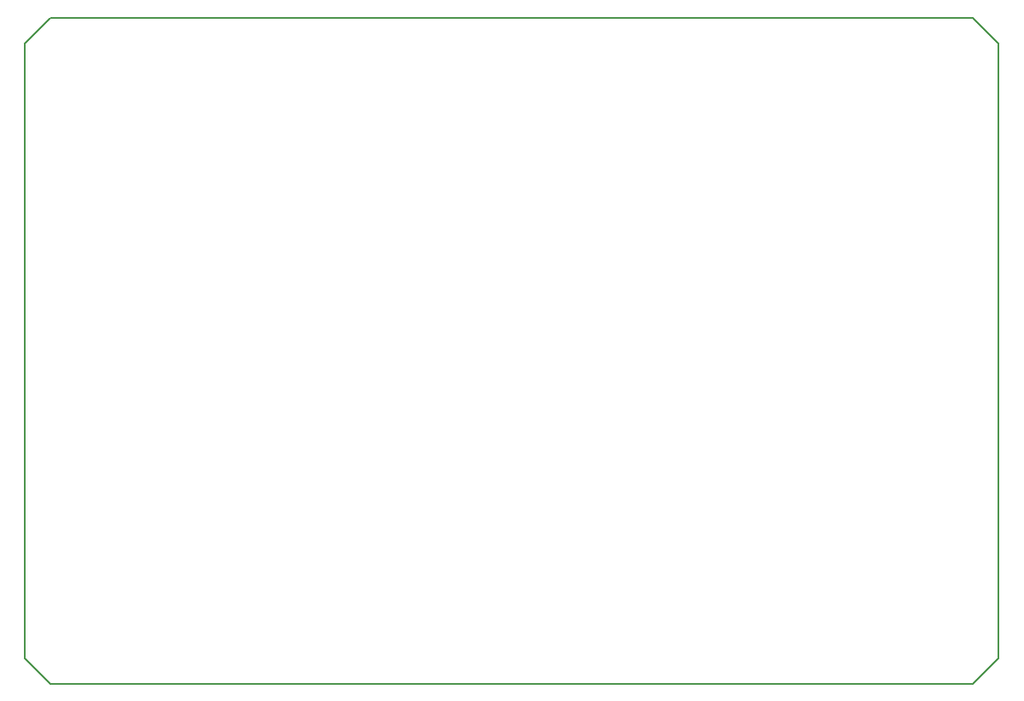
<source format=gm1>
G04 #@! TF.FileFunction,Profile,NP*
%FSLAX46Y46*%
G04 Gerber Fmt 4.6, Leading zero omitted, Abs format (unit mm)*
G04 Created by KiCad (PCBNEW 4.0.5-e0-6337~52~ubuntu16.10.1) date Sun Jan 15 19:05:05 2017*
%MOMM*%
%LPD*%
G01*
G04 APERTURE LIST*
%ADD10C,0.100000*%
%ADD11C,0.150000*%
G04 APERTURE END LIST*
D10*
D11*
X82550000Y-78740000D02*
X173990000Y-78740000D01*
X80010000Y-81280000D02*
X82550000Y-78740000D01*
X80010000Y-142240000D02*
X80010000Y-81280000D01*
X82550000Y-144780000D02*
X80010000Y-142240000D01*
X173990000Y-144780000D02*
X82550000Y-144780000D01*
X176530000Y-142240000D02*
X173990000Y-144780000D01*
X176530000Y-81280000D02*
X176530000Y-142240000D01*
X173990000Y-78740000D02*
X176530000Y-81280000D01*
M02*

</source>
